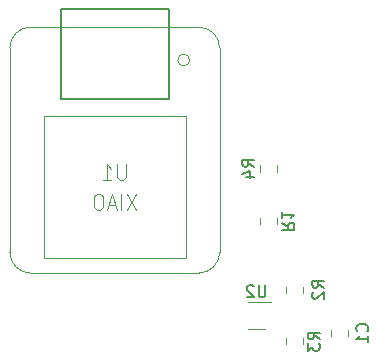
<source format=gbr>
%TF.GenerationSoftware,KiCad,Pcbnew,(5.1.6)-1*%
%TF.CreationDate,2021-12-10T22:34:56-05:00*%
%TF.ProjectId,base,62617365-2e6b-4696-9361-645f70636258,rev?*%
%TF.SameCoordinates,Original*%
%TF.FileFunction,Legend,Bot*%
%TF.FilePolarity,Positive*%
%FSLAX46Y46*%
G04 Gerber Fmt 4.6, Leading zero omitted, Abs format (unit mm)*
G04 Created by KiCad (PCBNEW (5.1.6)-1) date 2021-12-10 22:34:56*
%MOMM*%
%LPD*%
G01*
G04 APERTURE LIST*
%ADD10C,0.120000*%
%ADD11C,0.127000*%
%ADD12C,0.150000*%
G04 APERTURE END LIST*
D10*
%TO.C,C1*%
X161710000Y-97241422D02*
X161710000Y-97758578D01*
X160290000Y-97241422D02*
X160290000Y-97758578D01*
%TO.C,R1*%
X155710000Y-88258578D02*
X155710000Y-87741422D01*
X154290000Y-88258578D02*
X154290000Y-87741422D01*
%TO.C,R2*%
X157960000Y-93553922D02*
X157960000Y-94071078D01*
X156540000Y-93553922D02*
X156540000Y-94071078D01*
%TO.C,R3*%
X157960000Y-98446078D02*
X157960000Y-97928922D01*
X156540000Y-98446078D02*
X156540000Y-97928922D01*
%TO.C,R4*%
X155710000Y-83303922D02*
X155710000Y-83821078D01*
X154290000Y-83303922D02*
X154290000Y-83821078D01*
%TO.C,U1*%
X150890000Y-90636000D02*
X150890000Y-73364000D01*
X134888000Y-92414000D02*
X149112000Y-92414000D01*
X133110000Y-73364000D02*
X133110000Y-90636000D01*
X149112000Y-71586000D02*
X134888000Y-71586000D01*
D11*
X146572000Y-77682000D02*
X146572000Y-70062000D01*
X137428000Y-77682000D02*
X146572000Y-77682000D01*
X137428000Y-70062000D02*
X137428000Y-77682000D01*
D10*
X148000000Y-79144000D02*
X136000000Y-79144000D01*
X136000000Y-79144000D02*
X136000000Y-91144000D01*
X136000000Y-91144000D02*
X148000000Y-91144000D01*
X148000000Y-91144000D02*
X148000000Y-79144000D01*
D11*
X137428000Y-70062000D02*
X146572000Y-70062000D01*
D10*
X148342000Y-74380000D02*
G75*
G03*
X148342000Y-74380000I-500000J0D01*
G01*
X133110000Y-90636000D02*
G75*
G03*
X134888000Y-92414000I1778000J0D01*
G01*
X149112000Y-92414000D02*
G75*
G03*
X150890000Y-90636000I0J1778000D01*
G01*
X150890000Y-73364000D02*
G75*
G03*
X149112000Y-71586000I-1778000J0D01*
G01*
X134888000Y-71586000D02*
G75*
G03*
X133110000Y-73364000I0J-1778000D01*
G01*
%TO.C,U2*%
X154700000Y-97160000D02*
X153300000Y-97160000D01*
X153300000Y-94840000D02*
X155200000Y-94840000D01*
%TO.C,C1*%
D12*
X163357142Y-97333333D02*
X163404761Y-97285714D01*
X163452380Y-97142857D01*
X163452380Y-97047619D01*
X163404761Y-96904761D01*
X163309523Y-96809523D01*
X163214285Y-96761904D01*
X163023809Y-96714285D01*
X162880952Y-96714285D01*
X162690476Y-96761904D01*
X162595238Y-96809523D01*
X162500000Y-96904761D01*
X162452380Y-97047619D01*
X162452380Y-97142857D01*
X162500000Y-97285714D01*
X162547619Y-97333333D01*
X163452380Y-98285714D02*
X163452380Y-97714285D01*
X163452380Y-98000000D02*
X162452380Y-98000000D01*
X162595238Y-97904761D01*
X162690476Y-97809523D01*
X162738095Y-97714285D01*
%TO.C,R1*%
X156197619Y-88166666D02*
X156673809Y-88500000D01*
X156197619Y-88738095D02*
X157197619Y-88738095D01*
X157197619Y-88357142D01*
X157150000Y-88261904D01*
X157102380Y-88214285D01*
X157007142Y-88166666D01*
X156864285Y-88166666D01*
X156769047Y-88214285D01*
X156721428Y-88261904D01*
X156673809Y-88357142D01*
X156673809Y-88738095D01*
X156197619Y-87214285D02*
X156197619Y-87785714D01*
X156197619Y-87500000D02*
X157197619Y-87500000D01*
X157054761Y-87595238D01*
X156959523Y-87690476D01*
X156911904Y-87785714D01*
%TO.C,R2*%
X159702380Y-93645833D02*
X159226190Y-93312500D01*
X159702380Y-93074404D02*
X158702380Y-93074404D01*
X158702380Y-93455357D01*
X158750000Y-93550595D01*
X158797619Y-93598214D01*
X158892857Y-93645833D01*
X159035714Y-93645833D01*
X159130952Y-93598214D01*
X159178571Y-93550595D01*
X159226190Y-93455357D01*
X159226190Y-93074404D01*
X158797619Y-94026785D02*
X158750000Y-94074404D01*
X158702380Y-94169642D01*
X158702380Y-94407738D01*
X158750000Y-94502976D01*
X158797619Y-94550595D01*
X158892857Y-94598214D01*
X158988095Y-94598214D01*
X159130952Y-94550595D01*
X159702380Y-93979166D01*
X159702380Y-94598214D01*
%TO.C,R3*%
X159352380Y-98020833D02*
X158876190Y-97687500D01*
X159352380Y-97449404D02*
X158352380Y-97449404D01*
X158352380Y-97830357D01*
X158400000Y-97925595D01*
X158447619Y-97973214D01*
X158542857Y-98020833D01*
X158685714Y-98020833D01*
X158780952Y-97973214D01*
X158828571Y-97925595D01*
X158876190Y-97830357D01*
X158876190Y-97449404D01*
X158352380Y-98354166D02*
X158352380Y-98973214D01*
X158733333Y-98639880D01*
X158733333Y-98782738D01*
X158780952Y-98877976D01*
X158828571Y-98925595D01*
X158923809Y-98973214D01*
X159161904Y-98973214D01*
X159257142Y-98925595D01*
X159304761Y-98877976D01*
X159352380Y-98782738D01*
X159352380Y-98497023D01*
X159304761Y-98401785D01*
X159257142Y-98354166D01*
%TO.C,R4*%
X153802380Y-83395833D02*
X153326190Y-83062500D01*
X153802380Y-82824404D02*
X152802380Y-82824404D01*
X152802380Y-83205357D01*
X152850000Y-83300595D01*
X152897619Y-83348214D01*
X152992857Y-83395833D01*
X153135714Y-83395833D01*
X153230952Y-83348214D01*
X153278571Y-83300595D01*
X153326190Y-83205357D01*
X153326190Y-82824404D01*
X153135714Y-84252976D02*
X153802380Y-84252976D01*
X152754761Y-84014880D02*
X153469047Y-83776785D01*
X153469047Y-84395833D01*
%TO.C,U1*%
D10*
X142914285Y-83193095D02*
X142914285Y-84245476D01*
X142857142Y-84369285D01*
X142800000Y-84431190D01*
X142685714Y-84493095D01*
X142457142Y-84493095D01*
X142342857Y-84431190D01*
X142285714Y-84369285D01*
X142228571Y-84245476D01*
X142228571Y-83193095D01*
X141028571Y-84493095D02*
X141714285Y-84493095D01*
X141371428Y-84493095D02*
X141371428Y-83193095D01*
X141485714Y-83378809D01*
X141600000Y-83502619D01*
X141714285Y-83564523D01*
X143828571Y-85733095D02*
X143028571Y-87033095D01*
X143028571Y-85733095D02*
X143828571Y-87033095D01*
X142571428Y-87033095D02*
X142571428Y-85733095D01*
X142057142Y-86661666D02*
X141485714Y-86661666D01*
X142171428Y-87033095D02*
X141771428Y-85733095D01*
X141371428Y-87033095D01*
X140742857Y-85733095D02*
X140514285Y-85733095D01*
X140400000Y-85795000D01*
X140285714Y-85918809D01*
X140228571Y-86166428D01*
X140228571Y-86599761D01*
X140285714Y-86847380D01*
X140400000Y-86971190D01*
X140514285Y-87033095D01*
X140742857Y-87033095D01*
X140857142Y-86971190D01*
X140971428Y-86847380D01*
X141028571Y-86599761D01*
X141028571Y-86166428D01*
X140971428Y-85918809D01*
X140857142Y-85795000D01*
X140742857Y-85733095D01*
%TO.C,U2*%
D12*
X154761904Y-93452380D02*
X154761904Y-94261904D01*
X154714285Y-94357142D01*
X154666666Y-94404761D01*
X154571428Y-94452380D01*
X154380952Y-94452380D01*
X154285714Y-94404761D01*
X154238095Y-94357142D01*
X154190476Y-94261904D01*
X154190476Y-93452380D01*
X153761904Y-93547619D02*
X153714285Y-93500000D01*
X153619047Y-93452380D01*
X153380952Y-93452380D01*
X153285714Y-93500000D01*
X153238095Y-93547619D01*
X153190476Y-93642857D01*
X153190476Y-93738095D01*
X153238095Y-93880952D01*
X153809523Y-94452380D01*
X153190476Y-94452380D01*
%TD*%
M02*

</source>
